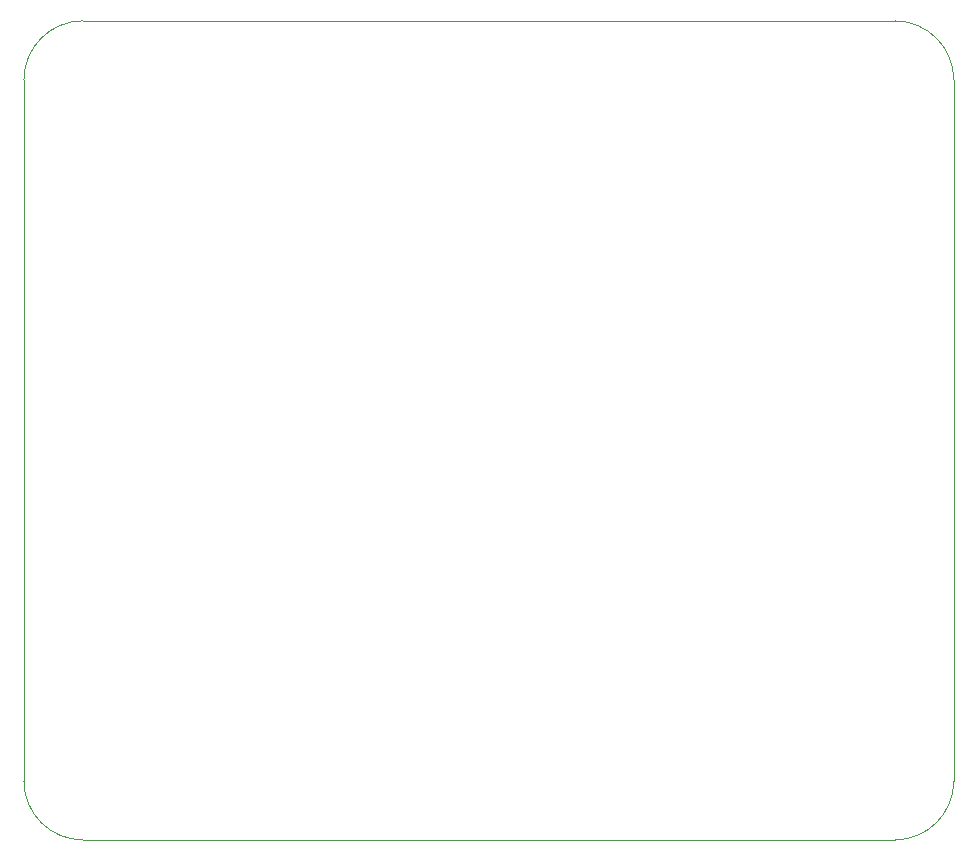
<source format=gm1>
%TF.GenerationSoftware,KiCad,Pcbnew,5.99.0-unknown-47cb7f53fd~143~ubuntu20.04.1*%
%TF.CreationDate,2021-11-23T21:15:49-08:00*%
%TF.ProjectId,acorn-serial,61636f72-6e2d-4736-9572-69616c2e6b69,rev?*%
%TF.SameCoordinates,Original*%
%TF.FileFunction,Profile,NP*%
%FSLAX46Y46*%
G04 Gerber Fmt 4.6, Leading zero omitted, Abs format (unit mm)*
G04 Created by KiCad (PCBNEW 5.99.0-unknown-47cb7f53fd~143~ubuntu20.04.1) date 2021-11-23 21:15:49*
%MOMM*%
%LPD*%
G01*
G04 APERTURE LIST*
%TA.AperFunction,Profile*%
%ADD10C,0.100000*%
%TD*%
G04 APERTURE END LIST*
D10*
X187210000Y-64540000D02*
G75*
G03*
X182210000Y-59540000I-5000000J0D01*
G01*
X113478000Y-59540000D02*
G75*
G03*
X108478000Y-64540000I0J-5000000D01*
G01*
X182210000Y-128886000D02*
X113478000Y-128886000D01*
X108478000Y-123886000D02*
X108478000Y-64540000D01*
X182210000Y-128886000D02*
G75*
G03*
X187210000Y-123886000I0J5000000D01*
G01*
X108478000Y-123886000D02*
G75*
G03*
X113478000Y-128886000I5000000J0D01*
G01*
X113478000Y-59540000D02*
X182210000Y-59540000D01*
X187210000Y-64540000D02*
X187210000Y-123886000D01*
M02*

</source>
